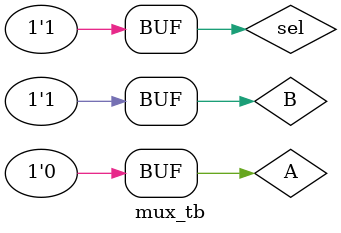
<source format=sv>
`timescale 1ms/1ms

module mux_tb;
  
  reg sel, A, B;
  wire out;
  
  MUX_2to1 dut(.out(out), .sel(sel), .A(A), .B(B));
  
  initial begin
    
    $dumpfile("mux.vcd");
    $dumpvars(0, mux_tb);
    
    A = 0; B = 1;
    #10; sel = 1'b0;
    #10; sel = 1'b1; 
    #10;
    
    
  end
  
endmodule
    
    
</source>
